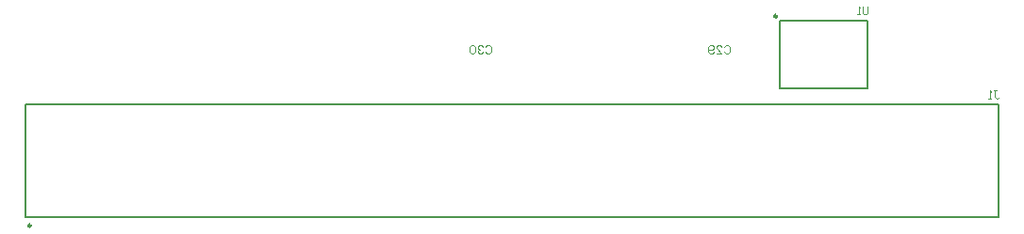
<source format=gbo>
%FSLAX44Y44*%
%MOMM*%
G71*
G01*
G75*
G04 Layer_Color=16777215*
G04:AMPARAMS|DCode=10|XSize=0.5mm|YSize=0.6mm|CornerRadius=0.125mm|HoleSize=0mm|Usage=FLASHONLY|Rotation=0.000|XOffset=0mm|YOffset=0mm|HoleType=Round|Shape=RoundedRectangle|*
%AMROUNDEDRECTD10*
21,1,0.5000,0.3500,0,0,0.0*
21,1,0.2500,0.6000,0,0,0.0*
1,1,0.2500,0.1250,-0.1750*
1,1,0.2500,-0.1250,-0.1750*
1,1,0.2500,-0.1250,0.1750*
1,1,0.2500,0.1250,0.1750*
%
%ADD10ROUNDEDRECTD10*%
%ADD11R,0.6000X0.6000*%
%ADD12R,0.6000X0.6000*%
G04:AMPARAMS|DCode=13|XSize=0.5mm|YSize=0.6mm|CornerRadius=0.125mm|HoleSize=0mm|Usage=FLASHONLY|Rotation=270.000|XOffset=0mm|YOffset=0mm|HoleType=Round|Shape=RoundedRectangle|*
%AMROUNDEDRECTD13*
21,1,0.5000,0.3500,0,0,270.0*
21,1,0.2500,0.6000,0,0,270.0*
1,1,0.2500,-0.1750,-0.1250*
1,1,0.2500,-0.1750,0.1250*
1,1,0.2500,0.1750,0.1250*
1,1,0.2500,0.1750,-0.1250*
%
%ADD13ROUNDEDRECTD13*%
%ADD14R,1.0200X3.3000*%
%ADD15R,1.1000X2.6000*%
%ADD16R,2.6000X1.1000*%
%ADD17R,0.3050X2.6000*%
%ADD18R,3.3000X1.0200*%
%ADD19R,0.3500X0.8500*%
%ADD20R,0.8500X0.3500*%
%ADD21R,1.1000X1.4000*%
%ADD22R,1.4000X1.1000*%
%ADD23R,1.8000X1.1500*%
%ADD24R,0.4200X1.2200*%
%ADD25R,0.6000X1.8000*%
%ADD26R,1.2200X0.4200*%
%ADD27R,1.8000X0.6000*%
%ADD28C,0.3048*%
%ADD29C,0.5080*%
%ADD30C,0.2083*%
%ADD31C,0.1524*%
%ADD32C,0.1778*%
%ADD33C,0.2540*%
%ADD34C,0.2032*%
%ADD35C,8.0000*%
%ADD36C,2.2000*%
%ADD37C,1.8200*%
%ADD38C,0.4572*%
%ADD39C,0.8128*%
%ADD40C,0.4928*%
%ADD41C,0.4851*%
%ADD42C,1.0160*%
%ADD43C,4.8260*%
%ADD44C,3.2160*%
%ADD45C,2.8360*%
%ADD46C,2.1844*%
%ADD47C,1.2700*%
G04:AMPARAMS|DCode=48|XSize=1.5748mm|YSize=1.5748mm|CornerRadius=0mm|HoleSize=0mm|Usage=FLASHONLY|Rotation=0.000|XOffset=0mm|YOffset=0mm|HoleType=Round|Shape=Relief|Width=0.254mm|Gap=0.1524mm|Entries=4|*
%AMTHD48*
7,0,0,1.5748,1.2700,0.2540,45*
%
%ADD48THD48*%
G04:AMPARAMS|DCode=49|XSize=1.7272mm|YSize=1.7272mm|CornerRadius=0mm|HoleSize=0mm|Usage=FLASHONLY|Rotation=0.000|XOffset=0mm|YOffset=0mm|HoleType=Round|Shape=Relief|Width=0.254mm|Gap=0.1524mm|Entries=4|*
%AMTHD49*
7,0,0,1.7272,1.4224,0.2540,45*
%
%ADD49THD49*%
%ADD50C,1.4224*%
%ADD51R,0.4064X2.1590*%
%ADD52R,18.0340X0.5080*%
%ADD53R,1.8000X1.8000*%
%ADD54C,0.2500*%
%ADD55C,0.6000*%
%ADD56C,0.2000*%
%ADD57C,0.1000*%
%ADD58C,0.1016*%
G04:AMPARAMS|DCode=59|XSize=0.7032mm|YSize=0.8032mm|CornerRadius=0.1758mm|HoleSize=0mm|Usage=FLASHONLY|Rotation=0.000|XOffset=0mm|YOffset=0mm|HoleType=Round|Shape=RoundedRectangle|*
%AMROUNDEDRECTD59*
21,1,0.7032,0.4516,0,0,0.0*
21,1,0.3516,0.8032,0,0,0.0*
1,1,0.3516,0.1758,-0.2258*
1,1,0.3516,-0.1758,-0.2258*
1,1,0.3516,-0.1758,0.2258*
1,1,0.3516,0.1758,0.2258*
%
%ADD59ROUNDEDRECTD59*%
%ADD60R,0.8032X0.8032*%
%ADD61R,0.8032X0.8032*%
G04:AMPARAMS|DCode=62|XSize=0.7032mm|YSize=0.8032mm|CornerRadius=0.1758mm|HoleSize=0mm|Usage=FLASHONLY|Rotation=270.000|XOffset=0mm|YOffset=0mm|HoleType=Round|Shape=RoundedRectangle|*
%AMROUNDEDRECTD62*
21,1,0.7032,0.4516,0,0,270.0*
21,1,0.3516,0.8032,0,0,270.0*
1,1,0.3516,-0.2258,-0.1758*
1,1,0.3516,-0.2258,0.1758*
1,1,0.3516,0.2258,0.1758*
1,1,0.3516,0.2258,-0.1758*
%
%ADD62ROUNDEDRECTD62*%
%ADD63R,1.2232X3.5032*%
%ADD64R,1.3032X2.8032*%
%ADD65R,2.8032X1.3032*%
%ADD66R,0.5082X2.8032*%
%ADD67R,3.5032X1.2232*%
%ADD68R,0.5532X1.0532*%
%ADD69R,1.0532X0.5532*%
%ADD70R,1.3032X1.6032*%
%ADD71R,1.6032X1.3032*%
%ADD72R,2.0032X1.3532*%
%ADD73R,0.6232X1.4232*%
%ADD74R,0.8032X2.0032*%
%ADD75R,1.4232X0.6232*%
%ADD76R,2.0032X0.8032*%
%ADD77C,8.2032*%
%ADD78C,2.4032*%
%ADD79C,2.0232*%
%ADD80C,0.2032*%
%ADD81C,0.6604*%
%ADD82C,1.0160*%
%ADD83C,0.6960*%
%ADD84C,0.6883*%
%ADD85R,0.6096X2.3622*%
%ADD86R,18.2372X0.7112*%
%ADD87R,2.0032X2.0032*%
D54*
X17994Y32766D02*
G03*
X17994Y32766I-1250J0D01*
G01*
X687832Y221488D02*
G03*
X687832Y221488I-1250J0D01*
G01*
D56*
X12954Y40386D02*
X886714D01*
Y141986D01*
X12954D02*
X886714D01*
X12954Y40386D02*
Y141986D01*
X690372Y217678D02*
X769112D01*
X690372Y156718D02*
Y217678D01*
X769112Y156718D02*
Y217678D01*
X690372Y156718D02*
X769112D01*
D58*
X769366Y230376D02*
Y224451D01*
X768181Y223266D01*
X765811D01*
X764626Y224451D01*
Y230376D01*
X762256Y223266D02*
X759886D01*
X761071D01*
Y230376D01*
X762256Y229191D01*
X882482Y154684D02*
X884852D01*
X883667D01*
Y148759D01*
X884852Y147574D01*
X886037D01*
X887222Y148759D01*
X880112Y147574D02*
X877742D01*
X878927D01*
Y154684D01*
X880112Y153499D01*
X426044Y189147D02*
X427229Y187962D01*
X429599D01*
X430784Y189147D01*
Y193887D01*
X429599Y195072D01*
X427229D01*
X426044Y193887D01*
X423674Y189147D02*
X422489Y187962D01*
X420120D01*
X418935Y189147D01*
Y190332D01*
X420120Y191517D01*
X421304D01*
X420120D01*
X418935Y192702D01*
Y193887D01*
X420120Y195072D01*
X422489D01*
X423674Y193887D01*
X416565Y189147D02*
X415380Y187962D01*
X413010D01*
X411825Y189147D01*
Y193887D01*
X413010Y195072D01*
X415380D01*
X416565Y193887D01*
Y189147D01*
X640420Y193885D02*
X641605Y195070D01*
X643975D01*
X645160Y193885D01*
Y189145D01*
X643975Y187960D01*
X641605D01*
X640420Y189145D01*
X633311Y187960D02*
X638050D01*
X633311Y192700D01*
Y193885D01*
X634496Y195070D01*
X636865D01*
X638050Y193885D01*
X630941Y189145D02*
X629756Y187960D01*
X627386D01*
X626201Y189145D01*
Y193885D01*
X627386Y195070D01*
X629756D01*
X630941Y193885D01*
Y192700D01*
X629756Y191515D01*
X626201D01*
M02*

</source>
